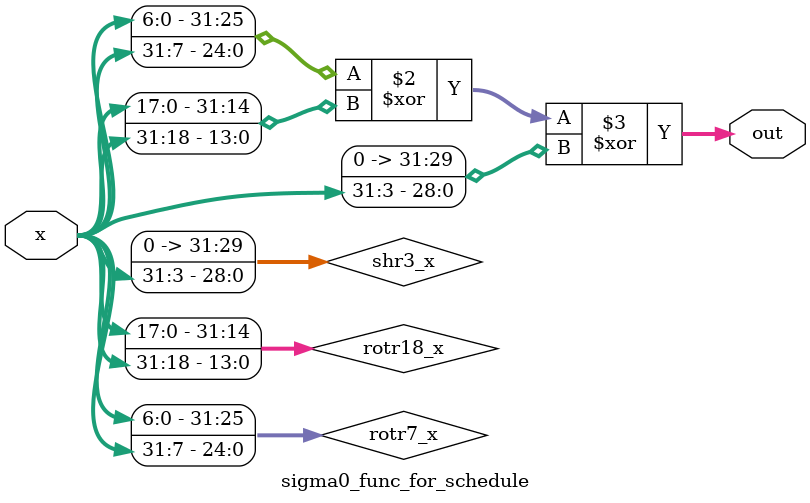
<source format=v>
module sigma0_func_for_schedule (
    input wire [31:0] x,    // Đầu vào 32-bit
    output wire [31:0] out  // Kết quả sigma0(x) 32-bit
);

    // --- Tính toán trung gian ---
    wire [31:0] rotr7_x;  // Rotate Right 7 bits
    wire [31:0] rotr18_x; // Rotate Right 18 bits
    wire [31:0] shr3_x;   // Shift Right 3 bits (Logical)

    // --- Logic thực hiện các phép toán ---
    assign rotr7_x  = {x[6:0], x[31:7]};
    assign rotr18_x = {x[17:0], x[31:18]};
    assign shr3_x   = x >> 3;

    // Tính sigma0: ROTR7(x) ^ ROTR18(x) ^ SHR3(x)
    assign out = rotr7_x ^ rotr18_x ^ shr3_x;

endmodule
</source>
